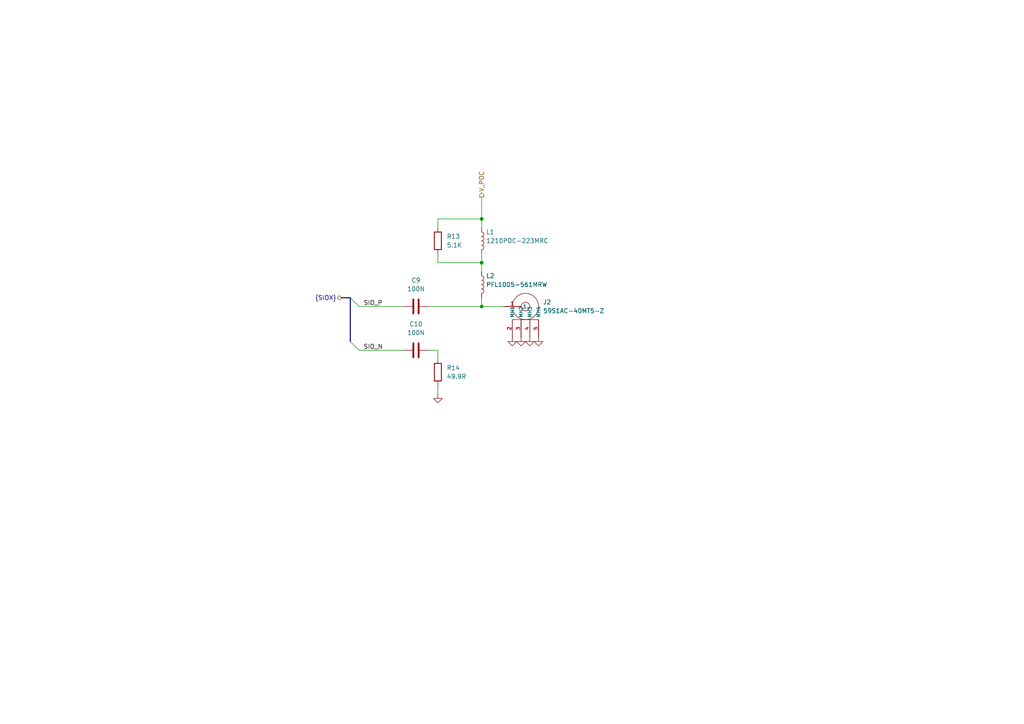
<source format=kicad_sch>
(kicad_sch (version 20231120) (generator "eeschema") (generator_version "8.0")
  (paper "A4")
  (lib_symbols
    (symbol "Device:C" (pin_numbers hide) (pin_names (offset 0.254))
      (property "Reference" "C" (at 0.635 2.54 0))
      (property "Value" "C" (at 0.635 -2.54 0))
      (symbol "C_0_1"
        (polyline (pts (xy -2.032 -0.762) (xy 2.032 -0.762)) (stroke (width 0.508)))
        (polyline (pts (xy -2.032 0.762) (xy 2.032 0.762)) (stroke (width 0.508)))
      )
      (symbol "C_1_1"
        (pin passive line (at 0 3.81 270) (length 2.794) (name "~") (number "1"))
        (pin passive line (at 0 -3.81 90) (length 2.794) (name "~") (number "2"))
      )
    )
    (symbol "Device:R" (pin_numbers hide) (pin_names (offset 0))
      (property "Reference" "R" (at 2.032 0 90))
      (property "Value" "R" (at 0 0 90))
      (symbol "R_0_1"
        (rectangle (start -1.016 -2.54) (end 1.016 2.54) (stroke (width 0.254)))
      )
      (symbol "R_1_1"
        (pin passive line (at 0 3.81 270) (length 1.27) (name "~") (number "1"))
        (pin passive line (at 0 -3.81 90) (length 1.27) (name "~") (number "2"))
      )
    )
    (symbol "power:GND" (power) (pin_numbers hide) (pin_names (offset 0) hide)
      (property "Value" "GND" (at 0 -3.81 0))
      (symbol "GND_0_1"
        (polyline (pts (xy 0 0) (xy 0 -1.27) (xy 1.27 -1.27) (xy 0 -2.54) (xy -1.27 -1.27) (xy 0 -1.27)))
      )
      (symbol "GND_1_1"
        (pin power_in line (at 0 0 270) (length 0) (name "~") (number "1"))
      )
    )
    (symbol "user:1210POC-223MRC" (pin_numbers hide) (pin_names (offset 1.016) hide)
      (property "Reference" "L" (at -1.27 0 90))
      (property "Value" "PFL1005-561MRW" (at 1.905 0 90))
      (property "Footprint" "user:L_Coilcraft_1210POC" (at 0 0 0))
      (symbol "1210POC-223MRC_0_1"
        (arc (start 0 -2.54) (mid 0.6323 -1.905) (end 0 -1.27))
        (arc (start 0 -1.27) (mid 0.6323 -0.635) (end 0 0))
        (arc (start 0 0) (mid 0.6323 0.635) (end 0 1.27))
        (arc (start 0 1.27) (mid 0.6323 1.905) (end 0 2.54))
      )
      (symbol "1210POC-223MRC_1_1"
        (pin passive line (at 0 3.81 270) (length 1.27) (name "1") (number "1"))
        (pin passive line (at 0 -3.81 90) (length 1.27) (name "2") (number "2"))
      )
    )
    (symbol "user:59S1AC-40MT5-Z"
      (property "Reference" "J" (at 0 3.81 0))
      (property "Value" "59S1AC-40MT5-Z" (at 0 0 0))
      (symbol "59S1AC-40MT5-Z_0_1"
        (polyline (pts (xy -3.81 -3.81) (xy 3.81 -3.81)))
        (circle (center 0 0) (radius 1.27))
        (circle (center 0 0) (radius 3.81))
      )
      (symbol "59S1AC-40MT5-Z_1_0"
        (pin bidirectional line (at -6.35 0 0) (length 5.08) (name "1") (number "1"))
        (pin power_in line (at -3.81 -8.89 90) (length 5.08) (name "MH1") (number "2"))
        (pin power_in line (at -1.27 -8.89 90) (length 5.08) (name "MH2") (number "3"))
        (pin power_in line (at 1.27 -8.89 90) (length 5.08) (name "MH3") (number "4"))
        (pin power_in line (at 3.81 -8.89 90) (length 5.08) (name "MH4") (number "5"))
      )
    )
    (symbol "user:PFL1005-561MRW" (pin_numbers hide) (pin_names (offset 1.016) hide)
      (property "Reference" "L" (at -1.27 0 90))
      (property "Value" "PFL1005-561MRW" (at 1.905 0 90))
      (property "Footprint" "user:L_Coilcraft_PFL1005" (at 0 0 0))
      (symbol "PFL1005-561MRW_0_1"
        (arc (start 0 -2.54) (mid 0.6323 -1.905) (end 0 -1.27))
        (arc (start 0 -1.27) (mid 0.6323 -0.635) (end 0 0))
        (arc (start 0 0) (mid 0.6323 0.635) (end 0 1.27))
        (arc (start 0 1.27) (mid 0.6323 1.905) (end 0 2.54))
      )
      (symbol "PFL1005-561MRW_1_1"
        (pin passive line (at 0 3.81 270) (length 1.27) (name "1") (number "1"))
        (pin passive line (at 0 -3.81 90) (length 1.27) (name "2") (number "2"))
      )
    )
  )
  (junction (at 139.7 76.2))
  (junction (at 139.7 63.5))
  (junction (at 139.7 88.9))
  (bus_entry (at 101.6 86.36) (size 2.54 2.54))
  (bus_entry (at 101.6 99.06) (size 2.54 2.54))
  (wire (pts (xy 127 101.6) (xy 127 104.14)))
  (wire (pts (xy 124.46 88.9) (xy 139.7 88.9)))
  (bus (pts (xy 101.6 86.36) (xy 99.06 86.36)))
  (wire (pts (xy 139.7 73.66) (xy 139.7 76.2)))
  (wire (pts (xy 124.46 101.6) (xy 127 101.6)))
  (wire (pts (xy 139.7 57.15) (xy 139.7 63.5)))
  (wire (pts (xy 139.7 76.2) (xy 139.7 78.74)))
  (wire (pts (xy 139.7 63.5) (xy 139.7 66.04)))
  (wire (pts (xy 139.7 86.36) (xy 139.7 88.9)))
  (wire (pts (xy 127 76.2) (xy 139.7 76.2)))
  (wire (pts (xy 127 114.3) (xy 127 111.76)))
  (wire (pts (xy 127 63.5) (xy 139.7 63.5)))
  (bus (pts (xy 101.6 86.36) (xy 101.6 99.06)))
  (wire (pts (xy 139.7 88.9) (xy 146.05 88.9)))
  (wire (pts (xy 104.14 88.9) (xy 116.84 88.9)))
  (wire (pts (xy 127 66.04) (xy 127 63.5)))
  (wire (pts (xy 127 73.66) (xy 127 76.2)))
  (wire (pts (xy 104.14 101.6) (xy 116.84 101.6)))
  (label "SIO_N" (at 105.41 101.6 0))
  (label "SIO_P" (at 105.41 88.9 0))
  (hierarchical_label "V_POC" (shape output) (at 139.7 57.15 90))
  (hierarchical_label "{SIOX}" (shape bidirectional) (at 99.06 86.36 180))
  (symbol (lib_id "user:PFL1005-561MRW") (at 139.7 82.55 0) (unit 1)
    (property "Reference" "L2" (at 140.97 80.0099 0) (effects (justify left)))
    (property "Value" "PFL1005-561MRW" (at 140.97 82.5499 0) (effects (justify left)))
    (property "Footprint" "user:L_Coilcraft_PFL1005" (effects (hide yes)))
    (property "Description" "Inductor" (effects (hide yes)))
  )
  (symbol (lib_id "user:1210POC-223MRC") (at 139.7 69.85 0) (unit 1)
    (property "Reference" "L1" (at 140.97 67.3099 0) (effects (justify left)))
    (property "Value" "1210POC-223MRC" (at 140.97 69.8499 0) (effects (justify left)))
    (property "Footprint" "user:L_Coilcraft_1210POC" (effects (hide yes)))
    (property "Description" "Inductor" (effects (hide yes)))
  )
  (symbol (lib_id "user:59S1AC-40MT5-Z") (at 152.4 88.9 0) (unit 1)
    (property "Reference" "J2" (at 157.48 87.6299 0) (effects (justify left)))
    (property "Value" "59S1AC-40MT5-Z" (at 157.48 90.1699 0) (effects (justify left)))
    (property "Footprint" "user:59S1AC-40MT5-Z" (effects (hide yes)))
  )
  (symbol (lib_id "power:GND") (at 148.59 97.79 0) (unit 1)
    (property "Reference" "#PWR030" (effects (hide yes)))
    (property "Value" "GND" (effects (hide yes)))
    (property "Description" "Power symbol creates a global label with name \"GND\" , ground" (effects (hide yes)))
  )
  (symbol (lib_id "power:GND") (at 151.13 97.79 0) (unit 1)
    (property "Reference" "#PWR031" (effects (hide yes)))
    (property "Value" "GND" (effects (hide yes)))
    (property "Description" "Power symbol creates a global label with name \"GND\" , ground" (effects (hide yes)))
  )
  (symbol (lib_id "Device:C") (at 120.65 88.9 90) (unit 1)
    (property "Reference" "C9" (at 120.65 81.28 90))
    (property "Value" "100N" (at 120.65 83.82 90))
    (property "Footprint" "Capacitor_SMD:C_0402_1005Metric" (effects (hide yes)))
    (property "Description" "Unpolarized capacitor" (effects (hide yes)))
  )
  (symbol (lib_id "power:GND") (at 127 114.3 0) (unit 1)
    (property "Reference" "#PWR034" (effects (hide yes)))
    (property "Value" "GND" (effects (hide yes)))
    (property "Description" "Power symbol creates a global label with name \"GND\" , ground" (effects (hide yes)))
  )
  (symbol (lib_id "Device:C") (at 120.65 101.6 90) (unit 1)
    (property "Reference" "C10" (at 120.65 93.98 90))
    (property "Value" "100N" (at 120.65 96.52 90))
    (property "Footprint" "Capacitor_SMD:C_0402_1005Metric" (effects (hide yes)))
    (property "Description" "Unpolarized capacitor" (effects (hide yes)))
  )
  (symbol (lib_id "Device:R") (at 127 69.85 0) (unit 1)
    (property "Reference" "R13" (at 129.54 68.5799 0) (effects (justify left)))
    (property "Value" "5.1K" (at 129.54 71.1199 0) (effects (justify left)))
    (property "Footprint" "Resistor_SMD:R_0402_1005Metric" (effects (hide yes)))
    (property "Description" "Resistor" (effects (hide yes)))
  )
  (symbol (lib_id "power:GND") (at 153.67 97.79 0) (unit 1)
    (property "Reference" "#PWR032" (effects (hide yes)))
    (property "Value" "GND" (effects (hide yes)))
    (property "Description" "Power symbol creates a global label with name \"GND\" , ground" (effects (hide yes)))
  )
  (symbol (lib_id "Device:R") (at 127 107.95 0) (unit 1)
    (property "Reference" "R14" (at 129.54 106.6799 0) (effects (justify left)))
    (property "Value" "49.9R" (at 129.54 109.2199 0) (effects (justify left)))
    (property "Footprint" "Resistor_SMD:R_0402_1005Metric" (effects (hide yes)))
    (property "Description" "Resistor" (effects (hide yes)))
  )
  (symbol (lib_id "power:GND") (at 156.21 97.79 0) (unit 1)
    (property "Reference" "#PWR033" (effects (hide yes)))
    (property "Value" "GND" (effects (hide yes)))
    (property "Description" "Power symbol creates a global label with name \"GND\" , ground" (effects (hide yes)))
  )
)
</source>
